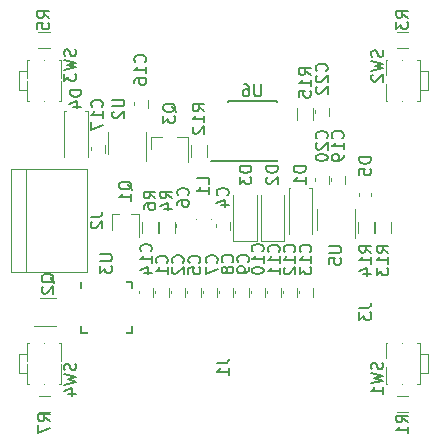
<source format=gbr>
G04 #@! TF.GenerationSoftware,KiCad,Pcbnew,(5.0.0)*
G04 #@! TF.CreationDate,2019-12-04T16:08:42-05:00*
G04 #@! TF.ProjectId,Watchy,5761746368792E6B696361645F706362,rev?*
G04 #@! TF.SameCoordinates,Original*
G04 #@! TF.FileFunction,Legend,Bot*
G04 #@! TF.FilePolarity,Positive*
%FSLAX46Y46*%
G04 Gerber Fmt 4.6, Leading zero omitted, Abs format (unit mm)*
G04 Created by KiCad (PCBNEW (5.0.0)) date 12/04/19 16:08:42*
%MOMM*%
%LPD*%
G01*
G04 APERTURE LIST*
%ADD10C,0.010000*%
%ADD11C,0.120000*%
%ADD12C,0.150000*%
%ADD13R,1.300000X1.800000*%
%ADD14C,1.200000*%
%ADD15R,1.150000X1.200000*%
%ADD16R,1.600000X1.300000*%
%ADD17R,1.200000X1.200000*%
%ADD18R,0.900000X2.000000*%
%ADD19R,2.500000X3.400000*%
%ADD20R,1.200000X1.300000*%
%ADD21R,0.900000X1.300000*%
%ADD22R,1.300000X0.900000*%
%ADD23R,1.050000X1.460000*%
%ADD24R,1.950000X1.000000*%
%ADD25R,0.700000X1.700000*%
%ADD26R,2.400000X3.400000*%
%ADD27R,1.750000X0.800000*%
%ADD28O,1.350000X1.650000*%
%ADD29O,1.950000X1.400000*%
%ADD30R,2.000000X1.900000*%
%ADD31R,0.850000X1.100000*%
%ADD32R,1.050000X0.800000*%
%ADD33R,1.700000X1.700000*%
%ADD34R,1.250000X0.700000*%
%ADD35R,0.700000X1.250000*%
G04 APERTURE END LIST*
D10*
G04 #@! TO.C,SW1*
X102880000Y-106650000D02*
X102230000Y-106650000D01*
X102880000Y-105850000D02*
X102880000Y-106650000D01*
X102880000Y-105050000D02*
X102230000Y-105050000D01*
X102880000Y-105850000D02*
X102880000Y-105050000D01*
X102230000Y-107600000D02*
X102230000Y-105850000D01*
X99330000Y-107600000D02*
X102230000Y-107600000D01*
X99330000Y-104100000D02*
X99330000Y-107600000D01*
X102230000Y-104100000D02*
X99330000Y-104100000D01*
X102230000Y-105850000D02*
X102230000Y-104100000D01*
G04 #@! TO.C,SW4*
X68320000Y-105050000D02*
X68970000Y-105050000D01*
X68320000Y-105850000D02*
X68320000Y-105050000D01*
X68320000Y-106650000D02*
X68970000Y-106650000D01*
X68320000Y-105850000D02*
X68320000Y-106650000D01*
X68970000Y-104100000D02*
X68970000Y-105850000D01*
X71870000Y-104100000D02*
X68970000Y-104100000D01*
X71870000Y-107600000D02*
X71870000Y-104100000D01*
X68970000Y-107600000D02*
X71870000Y-107600000D01*
X68970000Y-105850000D02*
X68970000Y-107600000D01*
G04 #@! TO.C,SW2*
X102880000Y-82700000D02*
X102230000Y-82700000D01*
X102880000Y-81900000D02*
X102880000Y-82700000D01*
X102880000Y-81100000D02*
X102230000Y-81100000D01*
X102880000Y-81900000D02*
X102880000Y-81100000D01*
X102230000Y-83650000D02*
X102230000Y-81900000D01*
X99330000Y-83650000D02*
X102230000Y-83650000D01*
X99330000Y-80150000D02*
X99330000Y-83650000D01*
X102230000Y-80150000D02*
X99330000Y-80150000D01*
X102230000Y-81900000D02*
X102230000Y-80150000D01*
G04 #@! TO.C,SW3*
X68320000Y-81100000D02*
X68970000Y-81100000D01*
X68320000Y-81900000D02*
X68320000Y-81100000D01*
X68320000Y-82700000D02*
X68970000Y-82700000D01*
X68320000Y-81900000D02*
X68320000Y-82700000D01*
X68970000Y-80150000D02*
X68970000Y-81900000D01*
X71870000Y-80150000D02*
X68970000Y-80150000D01*
X71870000Y-83650000D02*
X71870000Y-80150000D01*
X68970000Y-83650000D02*
X71870000Y-83650000D01*
X68970000Y-81900000D02*
X68970000Y-83650000D01*
D11*
G04 #@! TO.C,C5*
X83720000Y-100210000D02*
X83720000Y-99510000D01*
X82520000Y-99510000D02*
X82520000Y-100210000D01*
G04 #@! TO.C,C16*
X79190000Y-84220000D02*
X79190000Y-83520000D01*
X77990000Y-83520000D02*
X77990000Y-84220000D01*
G04 #@! TO.C,C17*
X74340000Y-87360000D02*
X74340000Y-88060000D01*
X75540000Y-88060000D02*
X75540000Y-87360000D01*
G04 #@! TO.C,C20*
X93360000Y-90000000D02*
X93360000Y-90700000D01*
X94560000Y-90700000D02*
X94560000Y-90000000D01*
G04 #@! TO.C,C22*
X93340000Y-84240000D02*
X93340000Y-84940000D01*
X94540000Y-84940000D02*
X94540000Y-84240000D01*
G04 #@! TO.C,D4*
X72090000Y-84520000D02*
X72090000Y-88420000D01*
X74090000Y-84520000D02*
X74090000Y-88420000D01*
X72090000Y-84520000D02*
X74090000Y-84520000D01*
G04 #@! TO.C,D5*
X98110000Y-92900000D02*
X98110000Y-90800000D01*
X97110000Y-92900000D02*
X97110000Y-90800000D01*
X98110000Y-92900000D02*
X97110000Y-92900000D01*
G04 #@! TO.C,Q3*
X79460000Y-86650000D02*
X80390000Y-86650000D01*
X82620000Y-86650000D02*
X81690000Y-86650000D01*
X82620000Y-86650000D02*
X82620000Y-88810000D01*
X79460000Y-86650000D02*
X79460000Y-88110000D01*
G04 #@! TO.C,R1*
X100260000Y-109980000D02*
X101260000Y-109980000D01*
X101260000Y-108620000D02*
X100260000Y-108620000D01*
G04 #@! TO.C,R4*
X80130000Y-93850000D02*
X80130000Y-94850000D01*
X81490000Y-94850000D02*
X81490000Y-93850000D01*
G04 #@! TO.C,R7*
X69950000Y-109980000D02*
X70950000Y-109980000D01*
X70950000Y-108620000D02*
X69950000Y-108620000D01*
G04 #@! TO.C,R12*
X82860000Y-87360000D02*
X82860000Y-88360000D01*
X84220000Y-88360000D02*
X84220000Y-87360000D01*
G04 #@! TO.C,R13*
X98430000Y-93850000D02*
X98430000Y-94850000D01*
X99790000Y-94850000D02*
X99790000Y-93850000D01*
G04 #@! TO.C,R14*
X96980000Y-93850000D02*
X96980000Y-94850000D01*
X98340000Y-94850000D02*
X98340000Y-93850000D01*
G04 #@! TO.C,R15*
X93180000Y-85240000D02*
X93180000Y-84240000D01*
X91820000Y-84240000D02*
X91820000Y-85240000D01*
G04 #@! TO.C,U2*
X79050000Y-86310000D02*
X79050000Y-88760000D01*
X75830000Y-88110000D02*
X75830000Y-86310000D01*
G04 #@! TO.C,U5*
X93500000Y-94600000D02*
X93500000Y-92800000D01*
X96720000Y-92800000D02*
X96720000Y-95250000D01*
D12*
G04 #@! TO.C,U6*
X85945000Y-88715000D02*
X84545000Y-88715000D01*
X85945000Y-83615000D02*
X90095000Y-83615000D01*
X85945000Y-88765000D02*
X90095000Y-88765000D01*
X85945000Y-83615000D02*
X85945000Y-83760000D01*
X90095000Y-83615000D02*
X90095000Y-83760000D01*
X90095000Y-88765000D02*
X90095000Y-88620000D01*
X85945000Y-88765000D02*
X85945000Y-88715000D01*
D11*
G04 #@! TO.C,C1*
X79820000Y-99510000D02*
X79820000Y-100210000D01*
X81020000Y-100210000D02*
X81020000Y-99510000D01*
G04 #@! TO.C,C2*
X82370000Y-100210000D02*
X82370000Y-99510000D01*
X81170000Y-99510000D02*
X81170000Y-100210000D01*
G04 #@! TO.C,C4*
X86160000Y-94550000D02*
X86160000Y-93850000D01*
X84960000Y-93850000D02*
X84960000Y-94550000D01*
G04 #@! TO.C,C6*
X82810000Y-94550000D02*
X82810000Y-93850000D01*
X81610000Y-93850000D02*
X81610000Y-94550000D01*
G04 #@! TO.C,C7*
X85070000Y-100210000D02*
X85070000Y-99510000D01*
X83870000Y-99510000D02*
X83870000Y-100210000D01*
G04 #@! TO.C,C8*
X85220000Y-99510000D02*
X85220000Y-100210000D01*
X86420000Y-100210000D02*
X86420000Y-99510000D01*
G04 #@! TO.C,C9*
X86570000Y-99510000D02*
X86570000Y-100210000D01*
X87770000Y-100210000D02*
X87770000Y-99510000D01*
G04 #@! TO.C,C10*
X87920000Y-99510000D02*
X87920000Y-100210000D01*
X89120000Y-100210000D02*
X89120000Y-99510000D01*
G04 #@! TO.C,C11*
X90470000Y-100210000D02*
X90470000Y-99510000D01*
X89270000Y-99510000D02*
X89270000Y-100210000D01*
G04 #@! TO.C,C12*
X90620000Y-99510000D02*
X90620000Y-100210000D01*
X91820000Y-100210000D02*
X91820000Y-99510000D01*
G04 #@! TO.C,C13*
X93170000Y-100210000D02*
X93170000Y-99510000D01*
X91970000Y-99510000D02*
X91970000Y-100210000D01*
G04 #@! TO.C,C14*
X79670000Y-100210000D02*
X79670000Y-99510000D01*
X78470000Y-99510000D02*
X78470000Y-100210000D01*
G04 #@! TO.C,C19*
X95900000Y-90700000D02*
X95900000Y-90000000D01*
X94700000Y-90000000D02*
X94700000Y-90700000D01*
G04 #@! TO.C,D1*
X91110000Y-91000000D02*
X93110000Y-91000000D01*
X93110000Y-91000000D02*
X93110000Y-94900000D01*
X91110000Y-91000000D02*
X91110000Y-94900000D01*
G04 #@! TO.C,D2*
X90760000Y-95500000D02*
X90760000Y-91600000D01*
X88760000Y-95500000D02*
X88760000Y-91600000D01*
X90760000Y-95500000D02*
X88760000Y-95500000D01*
G04 #@! TO.C,D3*
X88410000Y-95500000D02*
X88410000Y-91600000D01*
X86410000Y-95500000D02*
X86410000Y-91600000D01*
X88410000Y-95500000D02*
X86410000Y-95500000D01*
G04 #@! TO.C,J2*
X67620000Y-98120000D02*
X67620000Y-89420000D01*
X74030000Y-98120000D02*
X74030000Y-89420000D01*
X74030000Y-89420000D02*
X67620000Y-89420000D01*
X68850000Y-89420000D02*
X68850000Y-98120000D01*
X67620000Y-98120000D02*
X74030000Y-98120000D01*
D10*
G04 #@! TO.C,L1*
X84505000Y-94670000D02*
X84505000Y-92670000D01*
X83255000Y-94670000D02*
X83255000Y-92670000D01*
X84505000Y-92670000D02*
X83255000Y-92670000D01*
X84505000Y-94670000D02*
X83255000Y-94670000D01*
D11*
G04 #@! TO.C,Q1*
X76140000Y-94580000D02*
X76140000Y-93170000D01*
X78460000Y-93170000D02*
X78460000Y-95200000D01*
X78460000Y-93170000D02*
X77800000Y-93170000D01*
X76800000Y-93170000D02*
X76140000Y-93170000D01*
G04 #@! TO.C,Q2*
X70040000Y-100340000D02*
X71440000Y-100340000D01*
X71440000Y-102660000D02*
X69540000Y-102660000D01*
G04 #@! TO.C,R3*
X100250000Y-79130000D02*
X101250000Y-79130000D01*
X101250000Y-77770000D02*
X100250000Y-77770000D01*
G04 #@! TO.C,R5*
X69890000Y-79130000D02*
X70890000Y-79130000D01*
X70890000Y-77770000D02*
X69890000Y-77770000D01*
G04 #@! TO.C,R6*
X78680000Y-93850000D02*
X78680000Y-94850000D01*
X80040000Y-94850000D02*
X80040000Y-93850000D01*
D12*
G04 #@! TO.C,U3*
X73570000Y-103260000D02*
X73570000Y-102735000D01*
X77870000Y-103260000D02*
X77870000Y-102735000D01*
X77870000Y-98960000D02*
X77870000Y-99485000D01*
X73570000Y-98960000D02*
X73570000Y-99485000D01*
X77870000Y-103260000D02*
X77345000Y-103260000D01*
X77870000Y-98960000D02*
X77345000Y-98960000D01*
X73570000Y-103260000D02*
X74095000Y-103260000D01*
G04 #@! TO.C,SW1*
X99044761Y-105796666D02*
X99092380Y-105939523D01*
X99092380Y-106177619D01*
X99044761Y-106272857D01*
X98997142Y-106320476D01*
X98901904Y-106368095D01*
X98806666Y-106368095D01*
X98711428Y-106320476D01*
X98663809Y-106272857D01*
X98616190Y-106177619D01*
X98568571Y-105987142D01*
X98520952Y-105891904D01*
X98473333Y-105844285D01*
X98378095Y-105796666D01*
X98282857Y-105796666D01*
X98187619Y-105844285D01*
X98140000Y-105891904D01*
X98092380Y-105987142D01*
X98092380Y-106225238D01*
X98140000Y-106368095D01*
X98092380Y-106701428D02*
X99092380Y-106939523D01*
X98378095Y-107130000D01*
X99092380Y-107320476D01*
X98092380Y-107558571D01*
X99092380Y-108463333D02*
X99092380Y-107891904D01*
X99092380Y-108177619D02*
X98092380Y-108177619D01*
X98235238Y-108082380D01*
X98330476Y-107987142D01*
X98378095Y-107891904D01*
G04 #@! TO.C,SW4*
X73064761Y-105886666D02*
X73112380Y-106029523D01*
X73112380Y-106267619D01*
X73064761Y-106362857D01*
X73017142Y-106410476D01*
X72921904Y-106458095D01*
X72826666Y-106458095D01*
X72731428Y-106410476D01*
X72683809Y-106362857D01*
X72636190Y-106267619D01*
X72588571Y-106077142D01*
X72540952Y-105981904D01*
X72493333Y-105934285D01*
X72398095Y-105886666D01*
X72302857Y-105886666D01*
X72207619Y-105934285D01*
X72160000Y-105981904D01*
X72112380Y-106077142D01*
X72112380Y-106315238D01*
X72160000Y-106458095D01*
X72112380Y-106791428D02*
X73112380Y-107029523D01*
X72398095Y-107220000D01*
X73112380Y-107410476D01*
X72112380Y-107648571D01*
X72445714Y-108458095D02*
X73112380Y-108458095D01*
X72064761Y-108220000D02*
X72779047Y-107981904D01*
X72779047Y-108600952D01*
G04 #@! TO.C,SW2*
X99074761Y-79326666D02*
X99122380Y-79469523D01*
X99122380Y-79707619D01*
X99074761Y-79802857D01*
X99027142Y-79850476D01*
X98931904Y-79898095D01*
X98836666Y-79898095D01*
X98741428Y-79850476D01*
X98693809Y-79802857D01*
X98646190Y-79707619D01*
X98598571Y-79517142D01*
X98550952Y-79421904D01*
X98503333Y-79374285D01*
X98408095Y-79326666D01*
X98312857Y-79326666D01*
X98217619Y-79374285D01*
X98170000Y-79421904D01*
X98122380Y-79517142D01*
X98122380Y-79755238D01*
X98170000Y-79898095D01*
X98122380Y-80231428D02*
X99122380Y-80469523D01*
X98408095Y-80660000D01*
X99122380Y-80850476D01*
X98122380Y-81088571D01*
X98217619Y-81421904D02*
X98170000Y-81469523D01*
X98122380Y-81564761D01*
X98122380Y-81802857D01*
X98170000Y-81898095D01*
X98217619Y-81945714D01*
X98312857Y-81993333D01*
X98408095Y-81993333D01*
X98550952Y-81945714D01*
X99122380Y-81374285D01*
X99122380Y-81993333D01*
G04 #@! TO.C,SW3*
X73044761Y-79276666D02*
X73092380Y-79419523D01*
X73092380Y-79657619D01*
X73044761Y-79752857D01*
X72997142Y-79800476D01*
X72901904Y-79848095D01*
X72806666Y-79848095D01*
X72711428Y-79800476D01*
X72663809Y-79752857D01*
X72616190Y-79657619D01*
X72568571Y-79467142D01*
X72520952Y-79371904D01*
X72473333Y-79324285D01*
X72378095Y-79276666D01*
X72282857Y-79276666D01*
X72187619Y-79324285D01*
X72140000Y-79371904D01*
X72092380Y-79467142D01*
X72092380Y-79705238D01*
X72140000Y-79848095D01*
X72092380Y-80181428D02*
X73092380Y-80419523D01*
X72378095Y-80610000D01*
X73092380Y-80800476D01*
X72092380Y-81038571D01*
X72092380Y-81324285D02*
X72092380Y-81943333D01*
X72473333Y-81610000D01*
X72473333Y-81752857D01*
X72520952Y-81848095D01*
X72568571Y-81895714D01*
X72663809Y-81943333D01*
X72901904Y-81943333D01*
X72997142Y-81895714D01*
X73044761Y-81848095D01*
X73092380Y-81752857D01*
X73092380Y-81467142D01*
X73044761Y-81371904D01*
X72997142Y-81324285D01*
G04 #@! TO.C,C5*
X83537142Y-97353333D02*
X83584761Y-97305714D01*
X83632380Y-97162857D01*
X83632380Y-97067619D01*
X83584761Y-96924761D01*
X83489523Y-96829523D01*
X83394285Y-96781904D01*
X83203809Y-96734285D01*
X83060952Y-96734285D01*
X82870476Y-96781904D01*
X82775238Y-96829523D01*
X82680000Y-96924761D01*
X82632380Y-97067619D01*
X82632380Y-97162857D01*
X82680000Y-97305714D01*
X82727619Y-97353333D01*
X82632380Y-98258095D02*
X82632380Y-97781904D01*
X83108571Y-97734285D01*
X83060952Y-97781904D01*
X83013333Y-97877142D01*
X83013333Y-98115238D01*
X83060952Y-98210476D01*
X83108571Y-98258095D01*
X83203809Y-98305714D01*
X83441904Y-98305714D01*
X83537142Y-98258095D01*
X83584761Y-98210476D01*
X83632380Y-98115238D01*
X83632380Y-97877142D01*
X83584761Y-97781904D01*
X83537142Y-97734285D01*
G04 #@! TO.C,C16*
X78957142Y-80347142D02*
X79004761Y-80299523D01*
X79052380Y-80156666D01*
X79052380Y-80061428D01*
X79004761Y-79918571D01*
X78909523Y-79823333D01*
X78814285Y-79775714D01*
X78623809Y-79728095D01*
X78480952Y-79728095D01*
X78290476Y-79775714D01*
X78195238Y-79823333D01*
X78100000Y-79918571D01*
X78052380Y-80061428D01*
X78052380Y-80156666D01*
X78100000Y-80299523D01*
X78147619Y-80347142D01*
X79052380Y-81299523D02*
X79052380Y-80728095D01*
X79052380Y-81013809D02*
X78052380Y-81013809D01*
X78195238Y-80918571D01*
X78290476Y-80823333D01*
X78338095Y-80728095D01*
X78052380Y-82156666D02*
X78052380Y-81966190D01*
X78100000Y-81870952D01*
X78147619Y-81823333D01*
X78290476Y-81728095D01*
X78480952Y-81680476D01*
X78861904Y-81680476D01*
X78957142Y-81728095D01*
X79004761Y-81775714D01*
X79052380Y-81870952D01*
X79052380Y-82061428D01*
X79004761Y-82156666D01*
X78957142Y-82204285D01*
X78861904Y-82251904D01*
X78623809Y-82251904D01*
X78528571Y-82204285D01*
X78480952Y-82156666D01*
X78433333Y-82061428D01*
X78433333Y-81870952D01*
X78480952Y-81775714D01*
X78528571Y-81728095D01*
X78623809Y-81680476D01*
G04 #@! TO.C,C17*
X75297142Y-84137142D02*
X75344761Y-84089523D01*
X75392380Y-83946666D01*
X75392380Y-83851428D01*
X75344761Y-83708571D01*
X75249523Y-83613333D01*
X75154285Y-83565714D01*
X74963809Y-83518095D01*
X74820952Y-83518095D01*
X74630476Y-83565714D01*
X74535238Y-83613333D01*
X74440000Y-83708571D01*
X74392380Y-83851428D01*
X74392380Y-83946666D01*
X74440000Y-84089523D01*
X74487619Y-84137142D01*
X75392380Y-85089523D02*
X75392380Y-84518095D01*
X75392380Y-84803809D02*
X74392380Y-84803809D01*
X74535238Y-84708571D01*
X74630476Y-84613333D01*
X74678095Y-84518095D01*
X74392380Y-85422857D02*
X74392380Y-86089523D01*
X75392380Y-85660952D01*
G04 #@! TO.C,C20*
X94327142Y-86807142D02*
X94374761Y-86759523D01*
X94422380Y-86616666D01*
X94422380Y-86521428D01*
X94374761Y-86378571D01*
X94279523Y-86283333D01*
X94184285Y-86235714D01*
X93993809Y-86188095D01*
X93850952Y-86188095D01*
X93660476Y-86235714D01*
X93565238Y-86283333D01*
X93470000Y-86378571D01*
X93422380Y-86521428D01*
X93422380Y-86616666D01*
X93470000Y-86759523D01*
X93517619Y-86807142D01*
X93517619Y-87188095D02*
X93470000Y-87235714D01*
X93422380Y-87330952D01*
X93422380Y-87569047D01*
X93470000Y-87664285D01*
X93517619Y-87711904D01*
X93612857Y-87759523D01*
X93708095Y-87759523D01*
X93850952Y-87711904D01*
X94422380Y-87140476D01*
X94422380Y-87759523D01*
X93422380Y-88378571D02*
X93422380Y-88473809D01*
X93470000Y-88569047D01*
X93517619Y-88616666D01*
X93612857Y-88664285D01*
X93803333Y-88711904D01*
X94041428Y-88711904D01*
X94231904Y-88664285D01*
X94327142Y-88616666D01*
X94374761Y-88569047D01*
X94422380Y-88473809D01*
X94422380Y-88378571D01*
X94374761Y-88283333D01*
X94327142Y-88235714D01*
X94231904Y-88188095D01*
X94041428Y-88140476D01*
X93803333Y-88140476D01*
X93612857Y-88188095D01*
X93517619Y-88235714D01*
X93470000Y-88283333D01*
X93422380Y-88378571D01*
G04 #@! TO.C,C22*
X94317142Y-81107142D02*
X94364761Y-81059523D01*
X94412380Y-80916666D01*
X94412380Y-80821428D01*
X94364761Y-80678571D01*
X94269523Y-80583333D01*
X94174285Y-80535714D01*
X93983809Y-80488095D01*
X93840952Y-80488095D01*
X93650476Y-80535714D01*
X93555238Y-80583333D01*
X93460000Y-80678571D01*
X93412380Y-80821428D01*
X93412380Y-80916666D01*
X93460000Y-81059523D01*
X93507619Y-81107142D01*
X93507619Y-81488095D02*
X93460000Y-81535714D01*
X93412380Y-81630952D01*
X93412380Y-81869047D01*
X93460000Y-81964285D01*
X93507619Y-82011904D01*
X93602857Y-82059523D01*
X93698095Y-82059523D01*
X93840952Y-82011904D01*
X94412380Y-81440476D01*
X94412380Y-82059523D01*
X93507619Y-82440476D02*
X93460000Y-82488095D01*
X93412380Y-82583333D01*
X93412380Y-82821428D01*
X93460000Y-82916666D01*
X93507619Y-82964285D01*
X93602857Y-83011904D01*
X93698095Y-83011904D01*
X93840952Y-82964285D01*
X94412380Y-82392857D01*
X94412380Y-83011904D01*
G04 #@! TO.C,D4*
X73562380Y-82691904D02*
X72562380Y-82691904D01*
X72562380Y-82930000D01*
X72610000Y-83072857D01*
X72705238Y-83168095D01*
X72800476Y-83215714D01*
X72990952Y-83263333D01*
X73133809Y-83263333D01*
X73324285Y-83215714D01*
X73419523Y-83168095D01*
X73514761Y-83072857D01*
X73562380Y-82930000D01*
X73562380Y-82691904D01*
X72895714Y-84120476D02*
X73562380Y-84120476D01*
X72514761Y-83882380D02*
X73229047Y-83644285D01*
X73229047Y-84263333D01*
G04 #@! TO.C,D5*
X98082380Y-88411904D02*
X97082380Y-88411904D01*
X97082380Y-88650000D01*
X97130000Y-88792857D01*
X97225238Y-88888095D01*
X97320476Y-88935714D01*
X97510952Y-88983333D01*
X97653809Y-88983333D01*
X97844285Y-88935714D01*
X97939523Y-88888095D01*
X98034761Y-88792857D01*
X98082380Y-88650000D01*
X98082380Y-88411904D01*
X97082380Y-89888095D02*
X97082380Y-89411904D01*
X97558571Y-89364285D01*
X97510952Y-89411904D01*
X97463333Y-89507142D01*
X97463333Y-89745238D01*
X97510952Y-89840476D01*
X97558571Y-89888095D01*
X97653809Y-89935714D01*
X97891904Y-89935714D01*
X97987142Y-89888095D01*
X98034761Y-89840476D01*
X98082380Y-89745238D01*
X98082380Y-89507142D01*
X98034761Y-89411904D01*
X97987142Y-89364285D01*
G04 #@! TO.C,J3*
X97102380Y-101156666D02*
X97816666Y-101156666D01*
X97959523Y-101109047D01*
X98054761Y-101013809D01*
X98102380Y-100870952D01*
X98102380Y-100775714D01*
X97102380Y-101537619D02*
X97102380Y-102156666D01*
X97483333Y-101823333D01*
X97483333Y-101966190D01*
X97530952Y-102061428D01*
X97578571Y-102109047D01*
X97673809Y-102156666D01*
X97911904Y-102156666D01*
X98007142Y-102109047D01*
X98054761Y-102061428D01*
X98102380Y-101966190D01*
X98102380Y-101680476D01*
X98054761Y-101585238D01*
X98007142Y-101537619D01*
G04 #@! TO.C,Q3*
X81587619Y-84594761D02*
X81540000Y-84499523D01*
X81444761Y-84404285D01*
X81301904Y-84261428D01*
X81254285Y-84166190D01*
X81254285Y-84070952D01*
X81492380Y-84118571D02*
X81444761Y-84023333D01*
X81349523Y-83928095D01*
X81159047Y-83880476D01*
X80825714Y-83880476D01*
X80635238Y-83928095D01*
X80540000Y-84023333D01*
X80492380Y-84118571D01*
X80492380Y-84309047D01*
X80540000Y-84404285D01*
X80635238Y-84499523D01*
X80825714Y-84547142D01*
X81159047Y-84547142D01*
X81349523Y-84499523D01*
X81444761Y-84404285D01*
X81492380Y-84309047D01*
X81492380Y-84118571D01*
X80492380Y-84880476D02*
X80492380Y-85499523D01*
X80873333Y-85166190D01*
X80873333Y-85309047D01*
X80920952Y-85404285D01*
X80968571Y-85451904D01*
X81063809Y-85499523D01*
X81301904Y-85499523D01*
X81397142Y-85451904D01*
X81444761Y-85404285D01*
X81492380Y-85309047D01*
X81492380Y-85023333D01*
X81444761Y-84928095D01*
X81397142Y-84880476D01*
G04 #@! TO.C,R1*
X101202380Y-110843333D02*
X100726190Y-110510000D01*
X101202380Y-110271904D02*
X100202380Y-110271904D01*
X100202380Y-110652857D01*
X100250000Y-110748095D01*
X100297619Y-110795714D01*
X100392857Y-110843333D01*
X100535714Y-110843333D01*
X100630952Y-110795714D01*
X100678571Y-110748095D01*
X100726190Y-110652857D01*
X100726190Y-110271904D01*
X101202380Y-111795714D02*
X101202380Y-111224285D01*
X101202380Y-111510000D02*
X100202380Y-111510000D01*
X100345238Y-111414761D01*
X100440476Y-111319523D01*
X100488095Y-111224285D01*
G04 #@! TO.C,R4*
X81242380Y-91893333D02*
X80766190Y-91560000D01*
X81242380Y-91321904D02*
X80242380Y-91321904D01*
X80242380Y-91702857D01*
X80290000Y-91798095D01*
X80337619Y-91845714D01*
X80432857Y-91893333D01*
X80575714Y-91893333D01*
X80670952Y-91845714D01*
X80718571Y-91798095D01*
X80766190Y-91702857D01*
X80766190Y-91321904D01*
X80575714Y-92750476D02*
X81242380Y-92750476D01*
X80194761Y-92512380D02*
X80909047Y-92274285D01*
X80909047Y-92893333D01*
G04 #@! TO.C,R7*
X70902380Y-110753333D02*
X70426190Y-110420000D01*
X70902380Y-110181904D02*
X69902380Y-110181904D01*
X69902380Y-110562857D01*
X69950000Y-110658095D01*
X69997619Y-110705714D01*
X70092857Y-110753333D01*
X70235714Y-110753333D01*
X70330952Y-110705714D01*
X70378571Y-110658095D01*
X70426190Y-110562857D01*
X70426190Y-110181904D01*
X69902380Y-111086666D02*
X69902380Y-111753333D01*
X70902380Y-111324761D01*
G04 #@! TO.C,R12*
X83982380Y-84507142D02*
X83506190Y-84173809D01*
X83982380Y-83935714D02*
X82982380Y-83935714D01*
X82982380Y-84316666D01*
X83030000Y-84411904D01*
X83077619Y-84459523D01*
X83172857Y-84507142D01*
X83315714Y-84507142D01*
X83410952Y-84459523D01*
X83458571Y-84411904D01*
X83506190Y-84316666D01*
X83506190Y-83935714D01*
X83982380Y-85459523D02*
X83982380Y-84888095D01*
X83982380Y-85173809D02*
X82982380Y-85173809D01*
X83125238Y-85078571D01*
X83220476Y-84983333D01*
X83268095Y-84888095D01*
X83077619Y-85840476D02*
X83030000Y-85888095D01*
X82982380Y-85983333D01*
X82982380Y-86221428D01*
X83030000Y-86316666D01*
X83077619Y-86364285D01*
X83172857Y-86411904D01*
X83268095Y-86411904D01*
X83410952Y-86364285D01*
X83982380Y-85792857D01*
X83982380Y-86411904D01*
G04 #@! TO.C,R13*
X99562380Y-96477142D02*
X99086190Y-96143809D01*
X99562380Y-95905714D02*
X98562380Y-95905714D01*
X98562380Y-96286666D01*
X98610000Y-96381904D01*
X98657619Y-96429523D01*
X98752857Y-96477142D01*
X98895714Y-96477142D01*
X98990952Y-96429523D01*
X99038571Y-96381904D01*
X99086190Y-96286666D01*
X99086190Y-95905714D01*
X99562380Y-97429523D02*
X99562380Y-96858095D01*
X99562380Y-97143809D02*
X98562380Y-97143809D01*
X98705238Y-97048571D01*
X98800476Y-96953333D01*
X98848095Y-96858095D01*
X98562380Y-97762857D02*
X98562380Y-98381904D01*
X98943333Y-98048571D01*
X98943333Y-98191428D01*
X98990952Y-98286666D01*
X99038571Y-98334285D01*
X99133809Y-98381904D01*
X99371904Y-98381904D01*
X99467142Y-98334285D01*
X99514761Y-98286666D01*
X99562380Y-98191428D01*
X99562380Y-97905714D01*
X99514761Y-97810476D01*
X99467142Y-97762857D01*
G04 #@! TO.C,R14*
X98112380Y-96477142D02*
X97636190Y-96143809D01*
X98112380Y-95905714D02*
X97112380Y-95905714D01*
X97112380Y-96286666D01*
X97160000Y-96381904D01*
X97207619Y-96429523D01*
X97302857Y-96477142D01*
X97445714Y-96477142D01*
X97540952Y-96429523D01*
X97588571Y-96381904D01*
X97636190Y-96286666D01*
X97636190Y-95905714D01*
X98112380Y-97429523D02*
X98112380Y-96858095D01*
X98112380Y-97143809D02*
X97112380Y-97143809D01*
X97255238Y-97048571D01*
X97350476Y-96953333D01*
X97398095Y-96858095D01*
X97445714Y-98286666D02*
X98112380Y-98286666D01*
X97064761Y-98048571D02*
X97779047Y-97810476D01*
X97779047Y-98429523D01*
G04 #@! TO.C,R15*
X92982380Y-81447142D02*
X92506190Y-81113809D01*
X92982380Y-80875714D02*
X91982380Y-80875714D01*
X91982380Y-81256666D01*
X92030000Y-81351904D01*
X92077619Y-81399523D01*
X92172857Y-81447142D01*
X92315714Y-81447142D01*
X92410952Y-81399523D01*
X92458571Y-81351904D01*
X92506190Y-81256666D01*
X92506190Y-80875714D01*
X92982380Y-82399523D02*
X92982380Y-81828095D01*
X92982380Y-82113809D02*
X91982380Y-82113809D01*
X92125238Y-82018571D01*
X92220476Y-81923333D01*
X92268095Y-81828095D01*
X91982380Y-83304285D02*
X91982380Y-82828095D01*
X92458571Y-82780476D01*
X92410952Y-82828095D01*
X92363333Y-82923333D01*
X92363333Y-83161428D01*
X92410952Y-83256666D01*
X92458571Y-83304285D01*
X92553809Y-83351904D01*
X92791904Y-83351904D01*
X92887142Y-83304285D01*
X92934761Y-83256666D01*
X92982380Y-83161428D01*
X92982380Y-82923333D01*
X92934761Y-82828095D01*
X92887142Y-82780476D01*
G04 #@! TO.C,U2*
X76192380Y-83538095D02*
X77001904Y-83538095D01*
X77097142Y-83585714D01*
X77144761Y-83633333D01*
X77192380Y-83728571D01*
X77192380Y-83919047D01*
X77144761Y-84014285D01*
X77097142Y-84061904D01*
X77001904Y-84109523D01*
X76192380Y-84109523D01*
X76287619Y-84538095D02*
X76240000Y-84585714D01*
X76192380Y-84680952D01*
X76192380Y-84919047D01*
X76240000Y-85014285D01*
X76287619Y-85061904D01*
X76382857Y-85109523D01*
X76478095Y-85109523D01*
X76620952Y-85061904D01*
X77192380Y-84490476D01*
X77192380Y-85109523D01*
G04 #@! TO.C,U5*
X94562380Y-95918095D02*
X95371904Y-95918095D01*
X95467142Y-95965714D01*
X95514761Y-96013333D01*
X95562380Y-96108571D01*
X95562380Y-96299047D01*
X95514761Y-96394285D01*
X95467142Y-96441904D01*
X95371904Y-96489523D01*
X94562380Y-96489523D01*
X94562380Y-97441904D02*
X94562380Y-96965714D01*
X95038571Y-96918095D01*
X94990952Y-96965714D01*
X94943333Y-97060952D01*
X94943333Y-97299047D01*
X94990952Y-97394285D01*
X95038571Y-97441904D01*
X95133809Y-97489523D01*
X95371904Y-97489523D01*
X95467142Y-97441904D01*
X95514761Y-97394285D01*
X95562380Y-97299047D01*
X95562380Y-97060952D01*
X95514761Y-96965714D01*
X95467142Y-96918095D01*
G04 #@! TO.C,U6*
X88781904Y-82242380D02*
X88781904Y-83051904D01*
X88734285Y-83147142D01*
X88686666Y-83194761D01*
X88591428Y-83242380D01*
X88400952Y-83242380D01*
X88305714Y-83194761D01*
X88258095Y-83147142D01*
X88210476Y-83051904D01*
X88210476Y-82242380D01*
X87305714Y-82242380D02*
X87496190Y-82242380D01*
X87591428Y-82290000D01*
X87639047Y-82337619D01*
X87734285Y-82480476D01*
X87781904Y-82670952D01*
X87781904Y-83051904D01*
X87734285Y-83147142D01*
X87686666Y-83194761D01*
X87591428Y-83242380D01*
X87400952Y-83242380D01*
X87305714Y-83194761D01*
X87258095Y-83147142D01*
X87210476Y-83051904D01*
X87210476Y-82813809D01*
X87258095Y-82718571D01*
X87305714Y-82670952D01*
X87400952Y-82623333D01*
X87591428Y-82623333D01*
X87686666Y-82670952D01*
X87734285Y-82718571D01*
X87781904Y-82813809D01*
G04 #@! TO.C,C1*
X80777142Y-97353333D02*
X80824761Y-97305714D01*
X80872380Y-97162857D01*
X80872380Y-97067619D01*
X80824761Y-96924761D01*
X80729523Y-96829523D01*
X80634285Y-96781904D01*
X80443809Y-96734285D01*
X80300952Y-96734285D01*
X80110476Y-96781904D01*
X80015238Y-96829523D01*
X79920000Y-96924761D01*
X79872380Y-97067619D01*
X79872380Y-97162857D01*
X79920000Y-97305714D01*
X79967619Y-97353333D01*
X80872380Y-98305714D02*
X80872380Y-97734285D01*
X80872380Y-98020000D02*
X79872380Y-98020000D01*
X80015238Y-97924761D01*
X80110476Y-97829523D01*
X80158095Y-97734285D01*
G04 #@! TO.C,C2*
X82137142Y-97343333D02*
X82184761Y-97295714D01*
X82232380Y-97152857D01*
X82232380Y-97057619D01*
X82184761Y-96914761D01*
X82089523Y-96819523D01*
X81994285Y-96771904D01*
X81803809Y-96724285D01*
X81660952Y-96724285D01*
X81470476Y-96771904D01*
X81375238Y-96819523D01*
X81280000Y-96914761D01*
X81232380Y-97057619D01*
X81232380Y-97152857D01*
X81280000Y-97295714D01*
X81327619Y-97343333D01*
X81327619Y-97724285D02*
X81280000Y-97771904D01*
X81232380Y-97867142D01*
X81232380Y-98105238D01*
X81280000Y-98200476D01*
X81327619Y-98248095D01*
X81422857Y-98295714D01*
X81518095Y-98295714D01*
X81660952Y-98248095D01*
X82232380Y-97676666D01*
X82232380Y-98295714D01*
G04 #@! TO.C,C4*
X85937142Y-91633333D02*
X85984761Y-91585714D01*
X86032380Y-91442857D01*
X86032380Y-91347619D01*
X85984761Y-91204761D01*
X85889523Y-91109523D01*
X85794285Y-91061904D01*
X85603809Y-91014285D01*
X85460952Y-91014285D01*
X85270476Y-91061904D01*
X85175238Y-91109523D01*
X85080000Y-91204761D01*
X85032380Y-91347619D01*
X85032380Y-91442857D01*
X85080000Y-91585714D01*
X85127619Y-91633333D01*
X85365714Y-92490476D02*
X86032380Y-92490476D01*
X84984761Y-92252380D02*
X85699047Y-92014285D01*
X85699047Y-92633333D01*
G04 #@! TO.C,C6*
X82567142Y-91633333D02*
X82614761Y-91585714D01*
X82662380Y-91442857D01*
X82662380Y-91347619D01*
X82614761Y-91204761D01*
X82519523Y-91109523D01*
X82424285Y-91061904D01*
X82233809Y-91014285D01*
X82090952Y-91014285D01*
X81900476Y-91061904D01*
X81805238Y-91109523D01*
X81710000Y-91204761D01*
X81662380Y-91347619D01*
X81662380Y-91442857D01*
X81710000Y-91585714D01*
X81757619Y-91633333D01*
X81662380Y-92490476D02*
X81662380Y-92300000D01*
X81710000Y-92204761D01*
X81757619Y-92157142D01*
X81900476Y-92061904D01*
X82090952Y-92014285D01*
X82471904Y-92014285D01*
X82567142Y-92061904D01*
X82614761Y-92109523D01*
X82662380Y-92204761D01*
X82662380Y-92395238D01*
X82614761Y-92490476D01*
X82567142Y-92538095D01*
X82471904Y-92585714D01*
X82233809Y-92585714D01*
X82138571Y-92538095D01*
X82090952Y-92490476D01*
X82043333Y-92395238D01*
X82043333Y-92204761D01*
X82090952Y-92109523D01*
X82138571Y-92061904D01*
X82233809Y-92014285D01*
G04 #@! TO.C,C7*
X85007142Y-97323333D02*
X85054761Y-97275714D01*
X85102380Y-97132857D01*
X85102380Y-97037619D01*
X85054761Y-96894761D01*
X84959523Y-96799523D01*
X84864285Y-96751904D01*
X84673809Y-96704285D01*
X84530952Y-96704285D01*
X84340476Y-96751904D01*
X84245238Y-96799523D01*
X84150000Y-96894761D01*
X84102380Y-97037619D01*
X84102380Y-97132857D01*
X84150000Y-97275714D01*
X84197619Y-97323333D01*
X84102380Y-97656666D02*
X84102380Y-98323333D01*
X85102380Y-97894761D01*
G04 #@! TO.C,C8*
X86347142Y-97283333D02*
X86394761Y-97235714D01*
X86442380Y-97092857D01*
X86442380Y-96997619D01*
X86394761Y-96854761D01*
X86299523Y-96759523D01*
X86204285Y-96711904D01*
X86013809Y-96664285D01*
X85870952Y-96664285D01*
X85680476Y-96711904D01*
X85585238Y-96759523D01*
X85490000Y-96854761D01*
X85442380Y-96997619D01*
X85442380Y-97092857D01*
X85490000Y-97235714D01*
X85537619Y-97283333D01*
X85870952Y-97854761D02*
X85823333Y-97759523D01*
X85775714Y-97711904D01*
X85680476Y-97664285D01*
X85632857Y-97664285D01*
X85537619Y-97711904D01*
X85490000Y-97759523D01*
X85442380Y-97854761D01*
X85442380Y-98045238D01*
X85490000Y-98140476D01*
X85537619Y-98188095D01*
X85632857Y-98235714D01*
X85680476Y-98235714D01*
X85775714Y-98188095D01*
X85823333Y-98140476D01*
X85870952Y-98045238D01*
X85870952Y-97854761D01*
X85918571Y-97759523D01*
X85966190Y-97711904D01*
X86061428Y-97664285D01*
X86251904Y-97664285D01*
X86347142Y-97711904D01*
X86394761Y-97759523D01*
X86442380Y-97854761D01*
X86442380Y-98045238D01*
X86394761Y-98140476D01*
X86347142Y-98188095D01*
X86251904Y-98235714D01*
X86061428Y-98235714D01*
X85966190Y-98188095D01*
X85918571Y-98140476D01*
X85870952Y-98045238D01*
G04 #@! TO.C,C9*
X87677142Y-97263333D02*
X87724761Y-97215714D01*
X87772380Y-97072857D01*
X87772380Y-96977619D01*
X87724761Y-96834761D01*
X87629523Y-96739523D01*
X87534285Y-96691904D01*
X87343809Y-96644285D01*
X87200952Y-96644285D01*
X87010476Y-96691904D01*
X86915238Y-96739523D01*
X86820000Y-96834761D01*
X86772380Y-96977619D01*
X86772380Y-97072857D01*
X86820000Y-97215714D01*
X86867619Y-97263333D01*
X87772380Y-97739523D02*
X87772380Y-97930000D01*
X87724761Y-98025238D01*
X87677142Y-98072857D01*
X87534285Y-98168095D01*
X87343809Y-98215714D01*
X86962857Y-98215714D01*
X86867619Y-98168095D01*
X86820000Y-98120476D01*
X86772380Y-98025238D01*
X86772380Y-97834761D01*
X86820000Y-97739523D01*
X86867619Y-97691904D01*
X86962857Y-97644285D01*
X87200952Y-97644285D01*
X87296190Y-97691904D01*
X87343809Y-97739523D01*
X87391428Y-97834761D01*
X87391428Y-98025238D01*
X87343809Y-98120476D01*
X87296190Y-98168095D01*
X87200952Y-98215714D01*
G04 #@! TO.C,C10*
X88897142Y-96367142D02*
X88944761Y-96319523D01*
X88992380Y-96176666D01*
X88992380Y-96081428D01*
X88944761Y-95938571D01*
X88849523Y-95843333D01*
X88754285Y-95795714D01*
X88563809Y-95748095D01*
X88420952Y-95748095D01*
X88230476Y-95795714D01*
X88135238Y-95843333D01*
X88040000Y-95938571D01*
X87992380Y-96081428D01*
X87992380Y-96176666D01*
X88040000Y-96319523D01*
X88087619Y-96367142D01*
X88992380Y-97319523D02*
X88992380Y-96748095D01*
X88992380Y-97033809D02*
X87992380Y-97033809D01*
X88135238Y-96938571D01*
X88230476Y-96843333D01*
X88278095Y-96748095D01*
X87992380Y-97938571D02*
X87992380Y-98033809D01*
X88040000Y-98129047D01*
X88087619Y-98176666D01*
X88182857Y-98224285D01*
X88373333Y-98271904D01*
X88611428Y-98271904D01*
X88801904Y-98224285D01*
X88897142Y-98176666D01*
X88944761Y-98129047D01*
X88992380Y-98033809D01*
X88992380Y-97938571D01*
X88944761Y-97843333D01*
X88897142Y-97795714D01*
X88801904Y-97748095D01*
X88611428Y-97700476D01*
X88373333Y-97700476D01*
X88182857Y-97748095D01*
X88087619Y-97795714D01*
X88040000Y-97843333D01*
X87992380Y-97938571D01*
G04 #@! TO.C,C11*
X90257142Y-96417142D02*
X90304761Y-96369523D01*
X90352380Y-96226666D01*
X90352380Y-96131428D01*
X90304761Y-95988571D01*
X90209523Y-95893333D01*
X90114285Y-95845714D01*
X89923809Y-95798095D01*
X89780952Y-95798095D01*
X89590476Y-95845714D01*
X89495238Y-95893333D01*
X89400000Y-95988571D01*
X89352380Y-96131428D01*
X89352380Y-96226666D01*
X89400000Y-96369523D01*
X89447619Y-96417142D01*
X90352380Y-97369523D02*
X90352380Y-96798095D01*
X90352380Y-97083809D02*
X89352380Y-97083809D01*
X89495238Y-96988571D01*
X89590476Y-96893333D01*
X89638095Y-96798095D01*
X90352380Y-98321904D02*
X90352380Y-97750476D01*
X90352380Y-98036190D02*
X89352380Y-98036190D01*
X89495238Y-97940952D01*
X89590476Y-97845714D01*
X89638095Y-97750476D01*
G04 #@! TO.C,C12*
X91587142Y-96417142D02*
X91634761Y-96369523D01*
X91682380Y-96226666D01*
X91682380Y-96131428D01*
X91634761Y-95988571D01*
X91539523Y-95893333D01*
X91444285Y-95845714D01*
X91253809Y-95798095D01*
X91110952Y-95798095D01*
X90920476Y-95845714D01*
X90825238Y-95893333D01*
X90730000Y-95988571D01*
X90682380Y-96131428D01*
X90682380Y-96226666D01*
X90730000Y-96369523D01*
X90777619Y-96417142D01*
X91682380Y-97369523D02*
X91682380Y-96798095D01*
X91682380Y-97083809D02*
X90682380Y-97083809D01*
X90825238Y-96988571D01*
X90920476Y-96893333D01*
X90968095Y-96798095D01*
X90777619Y-97750476D02*
X90730000Y-97798095D01*
X90682380Y-97893333D01*
X90682380Y-98131428D01*
X90730000Y-98226666D01*
X90777619Y-98274285D01*
X90872857Y-98321904D01*
X90968095Y-98321904D01*
X91110952Y-98274285D01*
X91682380Y-97702857D01*
X91682380Y-98321904D01*
G04 #@! TO.C,C13*
X92947142Y-96427142D02*
X92994761Y-96379523D01*
X93042380Y-96236666D01*
X93042380Y-96141428D01*
X92994761Y-95998571D01*
X92899523Y-95903333D01*
X92804285Y-95855714D01*
X92613809Y-95808095D01*
X92470952Y-95808095D01*
X92280476Y-95855714D01*
X92185238Y-95903333D01*
X92090000Y-95998571D01*
X92042380Y-96141428D01*
X92042380Y-96236666D01*
X92090000Y-96379523D01*
X92137619Y-96427142D01*
X93042380Y-97379523D02*
X93042380Y-96808095D01*
X93042380Y-97093809D02*
X92042380Y-97093809D01*
X92185238Y-96998571D01*
X92280476Y-96903333D01*
X92328095Y-96808095D01*
X92042380Y-97712857D02*
X92042380Y-98331904D01*
X92423333Y-97998571D01*
X92423333Y-98141428D01*
X92470952Y-98236666D01*
X92518571Y-98284285D01*
X92613809Y-98331904D01*
X92851904Y-98331904D01*
X92947142Y-98284285D01*
X92994761Y-98236666D01*
X93042380Y-98141428D01*
X93042380Y-97855714D01*
X92994761Y-97760476D01*
X92947142Y-97712857D01*
G04 #@! TO.C,C14*
X79447142Y-96367142D02*
X79494761Y-96319523D01*
X79542380Y-96176666D01*
X79542380Y-96081428D01*
X79494761Y-95938571D01*
X79399523Y-95843333D01*
X79304285Y-95795714D01*
X79113809Y-95748095D01*
X78970952Y-95748095D01*
X78780476Y-95795714D01*
X78685238Y-95843333D01*
X78590000Y-95938571D01*
X78542380Y-96081428D01*
X78542380Y-96176666D01*
X78590000Y-96319523D01*
X78637619Y-96367142D01*
X79542380Y-97319523D02*
X79542380Y-96748095D01*
X79542380Y-97033809D02*
X78542380Y-97033809D01*
X78685238Y-96938571D01*
X78780476Y-96843333D01*
X78828095Y-96748095D01*
X78875714Y-98176666D02*
X79542380Y-98176666D01*
X78494761Y-97938571D02*
X79209047Y-97700476D01*
X79209047Y-98319523D01*
G04 #@! TO.C,C19*
X95667142Y-86797142D02*
X95714761Y-86749523D01*
X95762380Y-86606666D01*
X95762380Y-86511428D01*
X95714761Y-86368571D01*
X95619523Y-86273333D01*
X95524285Y-86225714D01*
X95333809Y-86178095D01*
X95190952Y-86178095D01*
X95000476Y-86225714D01*
X94905238Y-86273333D01*
X94810000Y-86368571D01*
X94762380Y-86511428D01*
X94762380Y-86606666D01*
X94810000Y-86749523D01*
X94857619Y-86797142D01*
X95762380Y-87749523D02*
X95762380Y-87178095D01*
X95762380Y-87463809D02*
X94762380Y-87463809D01*
X94905238Y-87368571D01*
X95000476Y-87273333D01*
X95048095Y-87178095D01*
X95762380Y-88225714D02*
X95762380Y-88416190D01*
X95714761Y-88511428D01*
X95667142Y-88559047D01*
X95524285Y-88654285D01*
X95333809Y-88701904D01*
X94952857Y-88701904D01*
X94857619Y-88654285D01*
X94810000Y-88606666D01*
X94762380Y-88511428D01*
X94762380Y-88320952D01*
X94810000Y-88225714D01*
X94857619Y-88178095D01*
X94952857Y-88130476D01*
X95190952Y-88130476D01*
X95286190Y-88178095D01*
X95333809Y-88225714D01*
X95381428Y-88320952D01*
X95381428Y-88511428D01*
X95333809Y-88606666D01*
X95286190Y-88654285D01*
X95190952Y-88701904D01*
G04 #@! TO.C,D1*
X92552380Y-89151904D02*
X91552380Y-89151904D01*
X91552380Y-89390000D01*
X91600000Y-89532857D01*
X91695238Y-89628095D01*
X91790476Y-89675714D01*
X91980952Y-89723333D01*
X92123809Y-89723333D01*
X92314285Y-89675714D01*
X92409523Y-89628095D01*
X92504761Y-89532857D01*
X92552380Y-89390000D01*
X92552380Y-89151904D01*
X92552380Y-90675714D02*
X92552380Y-90104285D01*
X92552380Y-90390000D02*
X91552380Y-90390000D01*
X91695238Y-90294761D01*
X91790476Y-90199523D01*
X91838095Y-90104285D01*
G04 #@! TO.C,D2*
X90212380Y-89151904D02*
X89212380Y-89151904D01*
X89212380Y-89390000D01*
X89260000Y-89532857D01*
X89355238Y-89628095D01*
X89450476Y-89675714D01*
X89640952Y-89723333D01*
X89783809Y-89723333D01*
X89974285Y-89675714D01*
X90069523Y-89628095D01*
X90164761Y-89532857D01*
X90212380Y-89390000D01*
X90212380Y-89151904D01*
X89307619Y-90104285D02*
X89260000Y-90151904D01*
X89212380Y-90247142D01*
X89212380Y-90485238D01*
X89260000Y-90580476D01*
X89307619Y-90628095D01*
X89402857Y-90675714D01*
X89498095Y-90675714D01*
X89640952Y-90628095D01*
X90212380Y-90056666D01*
X90212380Y-90675714D01*
G04 #@! TO.C,D3*
X87962380Y-89151904D02*
X86962380Y-89151904D01*
X86962380Y-89390000D01*
X87010000Y-89532857D01*
X87105238Y-89628095D01*
X87200476Y-89675714D01*
X87390952Y-89723333D01*
X87533809Y-89723333D01*
X87724285Y-89675714D01*
X87819523Y-89628095D01*
X87914761Y-89532857D01*
X87962380Y-89390000D01*
X87962380Y-89151904D01*
X86962380Y-90056666D02*
X86962380Y-90675714D01*
X87343333Y-90342380D01*
X87343333Y-90485238D01*
X87390952Y-90580476D01*
X87438571Y-90628095D01*
X87533809Y-90675714D01*
X87771904Y-90675714D01*
X87867142Y-90628095D01*
X87914761Y-90580476D01*
X87962380Y-90485238D01*
X87962380Y-90199523D01*
X87914761Y-90104285D01*
X87867142Y-90056666D01*
G04 #@! TO.C,J1*
X85042380Y-105836666D02*
X85756666Y-105836666D01*
X85899523Y-105789047D01*
X85994761Y-105693809D01*
X86042380Y-105550952D01*
X86042380Y-105455714D01*
X86042380Y-106836666D02*
X86042380Y-106265238D01*
X86042380Y-106550952D02*
X85042380Y-106550952D01*
X85185238Y-106455714D01*
X85280476Y-106360476D01*
X85328095Y-106265238D01*
G04 #@! TO.C,J2*
X74342380Y-93436666D02*
X75056666Y-93436666D01*
X75199523Y-93389047D01*
X75294761Y-93293809D01*
X75342380Y-93150952D01*
X75342380Y-93055714D01*
X74437619Y-93865238D02*
X74390000Y-93912857D01*
X74342380Y-94008095D01*
X74342380Y-94246190D01*
X74390000Y-94341428D01*
X74437619Y-94389047D01*
X74532857Y-94436666D01*
X74628095Y-94436666D01*
X74770952Y-94389047D01*
X75342380Y-93817619D01*
X75342380Y-94436666D01*
G04 #@! TO.C,L1*
X84332380Y-90673333D02*
X84332380Y-90197142D01*
X83332380Y-90197142D01*
X84332380Y-91530476D02*
X84332380Y-90959047D01*
X84332380Y-91244761D02*
X83332380Y-91244761D01*
X83475238Y-91149523D01*
X83570476Y-91054285D01*
X83618095Y-90959047D01*
G04 #@! TO.C,Q1*
X77857619Y-91174761D02*
X77810000Y-91079523D01*
X77714761Y-90984285D01*
X77571904Y-90841428D01*
X77524285Y-90746190D01*
X77524285Y-90650952D01*
X77762380Y-90698571D02*
X77714761Y-90603333D01*
X77619523Y-90508095D01*
X77429047Y-90460476D01*
X77095714Y-90460476D01*
X76905238Y-90508095D01*
X76810000Y-90603333D01*
X76762380Y-90698571D01*
X76762380Y-90889047D01*
X76810000Y-90984285D01*
X76905238Y-91079523D01*
X77095714Y-91127142D01*
X77429047Y-91127142D01*
X77619523Y-91079523D01*
X77714761Y-90984285D01*
X77762380Y-90889047D01*
X77762380Y-90698571D01*
X77762380Y-92079523D02*
X77762380Y-91508095D01*
X77762380Y-91793809D02*
X76762380Y-91793809D01*
X76905238Y-91698571D01*
X77000476Y-91603333D01*
X77048095Y-91508095D01*
G04 #@! TO.C,Q2*
X71287619Y-99044761D02*
X71240000Y-98949523D01*
X71144761Y-98854285D01*
X71001904Y-98711428D01*
X70954285Y-98616190D01*
X70954285Y-98520952D01*
X71192380Y-98568571D02*
X71144761Y-98473333D01*
X71049523Y-98378095D01*
X70859047Y-98330476D01*
X70525714Y-98330476D01*
X70335238Y-98378095D01*
X70240000Y-98473333D01*
X70192380Y-98568571D01*
X70192380Y-98759047D01*
X70240000Y-98854285D01*
X70335238Y-98949523D01*
X70525714Y-98997142D01*
X70859047Y-98997142D01*
X71049523Y-98949523D01*
X71144761Y-98854285D01*
X71192380Y-98759047D01*
X71192380Y-98568571D01*
X70287619Y-99378095D02*
X70240000Y-99425714D01*
X70192380Y-99520952D01*
X70192380Y-99759047D01*
X70240000Y-99854285D01*
X70287619Y-99901904D01*
X70382857Y-99949523D01*
X70478095Y-99949523D01*
X70620952Y-99901904D01*
X71192380Y-99330476D01*
X71192380Y-99949523D01*
G04 #@! TO.C,R3*
X101212380Y-76593333D02*
X100736190Y-76260000D01*
X101212380Y-76021904D02*
X100212380Y-76021904D01*
X100212380Y-76402857D01*
X100260000Y-76498095D01*
X100307619Y-76545714D01*
X100402857Y-76593333D01*
X100545714Y-76593333D01*
X100640952Y-76545714D01*
X100688571Y-76498095D01*
X100736190Y-76402857D01*
X100736190Y-76021904D01*
X100212380Y-76926666D02*
X100212380Y-77545714D01*
X100593333Y-77212380D01*
X100593333Y-77355238D01*
X100640952Y-77450476D01*
X100688571Y-77498095D01*
X100783809Y-77545714D01*
X101021904Y-77545714D01*
X101117142Y-77498095D01*
X101164761Y-77450476D01*
X101212380Y-77355238D01*
X101212380Y-77069523D01*
X101164761Y-76974285D01*
X101117142Y-76926666D01*
G04 #@! TO.C,R5*
X70842380Y-76623333D02*
X70366190Y-76290000D01*
X70842380Y-76051904D02*
X69842380Y-76051904D01*
X69842380Y-76432857D01*
X69890000Y-76528095D01*
X69937619Y-76575714D01*
X70032857Y-76623333D01*
X70175714Y-76623333D01*
X70270952Y-76575714D01*
X70318571Y-76528095D01*
X70366190Y-76432857D01*
X70366190Y-76051904D01*
X69842380Y-77528095D02*
X69842380Y-77051904D01*
X70318571Y-77004285D01*
X70270952Y-77051904D01*
X70223333Y-77147142D01*
X70223333Y-77385238D01*
X70270952Y-77480476D01*
X70318571Y-77528095D01*
X70413809Y-77575714D01*
X70651904Y-77575714D01*
X70747142Y-77528095D01*
X70794761Y-77480476D01*
X70842380Y-77385238D01*
X70842380Y-77147142D01*
X70794761Y-77051904D01*
X70747142Y-77004285D01*
G04 #@! TO.C,R6*
X79832380Y-91893333D02*
X79356190Y-91560000D01*
X79832380Y-91321904D02*
X78832380Y-91321904D01*
X78832380Y-91702857D01*
X78880000Y-91798095D01*
X78927619Y-91845714D01*
X79022857Y-91893333D01*
X79165714Y-91893333D01*
X79260952Y-91845714D01*
X79308571Y-91798095D01*
X79356190Y-91702857D01*
X79356190Y-91321904D01*
X78832380Y-92750476D02*
X78832380Y-92560000D01*
X78880000Y-92464761D01*
X78927619Y-92417142D01*
X79070476Y-92321904D01*
X79260952Y-92274285D01*
X79641904Y-92274285D01*
X79737142Y-92321904D01*
X79784761Y-92369523D01*
X79832380Y-92464761D01*
X79832380Y-92655238D01*
X79784761Y-92750476D01*
X79737142Y-92798095D01*
X79641904Y-92845714D01*
X79403809Y-92845714D01*
X79308571Y-92798095D01*
X79260952Y-92750476D01*
X79213333Y-92655238D01*
X79213333Y-92464761D01*
X79260952Y-92369523D01*
X79308571Y-92321904D01*
X79403809Y-92274285D01*
G04 #@! TO.C,U3*
X75162380Y-96628095D02*
X75971904Y-96628095D01*
X76067142Y-96675714D01*
X76114761Y-96723333D01*
X76162380Y-96818571D01*
X76162380Y-97009047D01*
X76114761Y-97104285D01*
X76067142Y-97151904D01*
X75971904Y-97199523D01*
X75162380Y-97199523D01*
X75162380Y-97580476D02*
X75162380Y-98199523D01*
X75543333Y-97866190D01*
X75543333Y-98009047D01*
X75590952Y-98104285D01*
X75638571Y-98151904D01*
X75733809Y-98199523D01*
X75971904Y-98199523D01*
X76067142Y-98151904D01*
X76114761Y-98104285D01*
X76162380Y-98009047D01*
X76162380Y-97723333D01*
X76114761Y-97628095D01*
X76067142Y-97580476D01*
G04 #@! TD*
%LPC*%
D13*
G04 #@! TO.C,SW1*
X100130000Y-104050000D03*
D14*
X101680000Y-105850000D03*
X99880000Y-105850000D03*
D13*
X101430000Y-104050000D03*
X101430000Y-107650000D03*
X100130000Y-107650000D03*
G04 #@! TD*
G04 #@! TO.C,SW4*
X71070000Y-107650000D03*
D14*
X69520000Y-105850000D03*
X71320000Y-105850000D03*
D13*
X69770000Y-107650000D03*
X69770000Y-104050000D03*
X71070000Y-104050000D03*
G04 #@! TD*
G04 #@! TO.C,SW2*
X100130000Y-80100000D03*
D14*
X101680000Y-81900000D03*
X99880000Y-81900000D03*
D13*
X101430000Y-80100000D03*
X101430000Y-83700000D03*
X100130000Y-83700000D03*
G04 #@! TD*
G04 #@! TO.C,SW3*
X71070000Y-83700000D03*
D14*
X69520000Y-81900000D03*
X71320000Y-81900000D03*
D13*
X69770000Y-83700000D03*
X69770000Y-80100000D03*
X71070000Y-80100000D03*
G04 #@! TD*
D15*
G04 #@! TO.C,C5*
X83120000Y-100610000D03*
X83120000Y-99110000D03*
G04 #@! TD*
G04 #@! TO.C,C16*
X78590000Y-84620000D03*
X78590000Y-83120000D03*
G04 #@! TD*
G04 #@! TO.C,C17*
X74940000Y-86960000D03*
X74940000Y-88460000D03*
G04 #@! TD*
G04 #@! TO.C,C20*
X93960000Y-89600000D03*
X93960000Y-91100000D03*
G04 #@! TD*
G04 #@! TO.C,C22*
X93940000Y-83840000D03*
X93940000Y-85340000D03*
G04 #@! TD*
D16*
G04 #@! TO.C,D4*
X73090000Y-88420000D03*
X73090000Y-85120000D03*
G04 #@! TD*
D17*
G04 #@! TO.C,D5*
X97610000Y-92400000D03*
X97610000Y-90800000D03*
G04 #@! TD*
D18*
G04 #@! TO.C,J3*
X98298000Y-104250000D03*
X97048000Y-104250000D03*
D19*
X94498000Y-101350000D03*
X100830000Y-101350000D03*
G04 #@! TD*
D20*
G04 #@! TO.C,Q3*
X81990000Y-88410000D03*
X80090000Y-88410000D03*
X81040000Y-86410000D03*
G04 #@! TD*
D21*
G04 #@! TO.C,R1*
X101510000Y-109300000D03*
X100010000Y-109300000D03*
G04 #@! TD*
D22*
G04 #@! TO.C,R4*
X80810000Y-95100000D03*
X80810000Y-93600000D03*
G04 #@! TD*
D21*
G04 #@! TO.C,R7*
X71200000Y-109300000D03*
X69700000Y-109300000D03*
G04 #@! TD*
D22*
G04 #@! TO.C,R12*
X83540000Y-88610000D03*
X83540000Y-87110000D03*
G04 #@! TD*
G04 #@! TO.C,R13*
X99110000Y-95100000D03*
X99110000Y-93600000D03*
G04 #@! TD*
G04 #@! TO.C,R14*
X97660000Y-95100000D03*
X97660000Y-93600000D03*
G04 #@! TD*
G04 #@! TO.C,R15*
X92500000Y-83990000D03*
X92500000Y-85490000D03*
G04 #@! TD*
D23*
G04 #@! TO.C,U2*
X78390000Y-86110000D03*
X76490000Y-86110000D03*
X76490000Y-88310000D03*
X77440000Y-88310000D03*
X78390000Y-88310000D03*
G04 #@! TD*
G04 #@! TO.C,U5*
X96060000Y-94800000D03*
X95110000Y-94800000D03*
X94160000Y-94800000D03*
X94160000Y-92600000D03*
X96060000Y-92600000D03*
G04 #@! TD*
D24*
G04 #@! TO.C,U6*
X90720000Y-88095000D03*
X90720000Y-86825000D03*
X90720000Y-85555000D03*
X90720000Y-84285000D03*
X85320000Y-84285000D03*
X85320000Y-85555000D03*
X85320000Y-86825000D03*
X85320000Y-88095000D03*
G04 #@! TD*
D15*
G04 #@! TO.C,C1*
X80420000Y-99110000D03*
X80420000Y-100610000D03*
G04 #@! TD*
G04 #@! TO.C,C2*
X81770000Y-100610000D03*
X81770000Y-99110000D03*
G04 #@! TD*
G04 #@! TO.C,C4*
X85560000Y-94950000D03*
X85560000Y-93450000D03*
G04 #@! TD*
G04 #@! TO.C,C6*
X82210000Y-94950000D03*
X82210000Y-93450000D03*
G04 #@! TD*
G04 #@! TO.C,C7*
X84470000Y-100610000D03*
X84470000Y-99110000D03*
G04 #@! TD*
G04 #@! TO.C,C8*
X85820000Y-99110000D03*
X85820000Y-100610000D03*
G04 #@! TD*
G04 #@! TO.C,C9*
X87170000Y-99110000D03*
X87170000Y-100610000D03*
G04 #@! TD*
G04 #@! TO.C,C10*
X88520000Y-99110000D03*
X88520000Y-100610000D03*
G04 #@! TD*
G04 #@! TO.C,C11*
X89870000Y-100610000D03*
X89870000Y-99110000D03*
G04 #@! TD*
G04 #@! TO.C,C12*
X91220000Y-99110000D03*
X91220000Y-100610000D03*
G04 #@! TD*
G04 #@! TO.C,C13*
X92570000Y-100610000D03*
X92570000Y-99110000D03*
G04 #@! TD*
G04 #@! TO.C,C14*
X79070000Y-100610000D03*
X79070000Y-99110000D03*
G04 #@! TD*
G04 #@! TO.C,C19*
X95300000Y-91100000D03*
X95300000Y-89600000D03*
G04 #@! TD*
D16*
G04 #@! TO.C,D1*
X92110000Y-91600000D03*
X92110000Y-94900000D03*
G04 #@! TD*
G04 #@! TO.C,D2*
X89760000Y-91600000D03*
X89760000Y-94900000D03*
G04 #@! TD*
G04 #@! TO.C,D3*
X87410000Y-91600000D03*
X87410000Y-94900000D03*
G04 #@! TD*
D25*
G04 #@! TO.C,J1*
X83840000Y-103470000D03*
X84340000Y-103470000D03*
X84840000Y-103470000D03*
X86840000Y-103470000D03*
X87340000Y-103470000D03*
X86340000Y-103470000D03*
X85840000Y-103470000D03*
X85340000Y-103470000D03*
X89340000Y-103470000D03*
X89840000Y-103470000D03*
X90340000Y-103470000D03*
X91340000Y-103470000D03*
X90840000Y-103470000D03*
X88840000Y-103470000D03*
X88340000Y-103470000D03*
X87840000Y-103470000D03*
X83340000Y-103470000D03*
X82840000Y-103470000D03*
X82340000Y-103470000D03*
X81840000Y-103470000D03*
X81340000Y-103470000D03*
X80840000Y-103470000D03*
X80340000Y-103470000D03*
X79840000Y-103470000D03*
D26*
X78190000Y-105820000D03*
X92990000Y-105820000D03*
G04 #@! TD*
D27*
G04 #@! TO.C,J2*
X73000000Y-95070000D03*
X73000000Y-94420000D03*
X73000000Y-93770000D03*
X73000000Y-93120000D03*
X73000000Y-92470000D03*
D28*
X73000000Y-96270000D03*
X73000000Y-91270000D03*
D29*
X70300000Y-97270000D03*
X70300000Y-90270000D03*
G04 #@! TD*
D30*
G04 #@! TO.C,L1*
X83880000Y-92670000D03*
X83880000Y-94670000D03*
G04 #@! TD*
D31*
G04 #@! TO.C,Q1*
X77300000Y-92900000D03*
X76650000Y-94900000D03*
X77950000Y-94900000D03*
G04 #@! TD*
D32*
G04 #@! TO.C,Q2*
X71690000Y-102150000D03*
X71690000Y-100850000D03*
X69790000Y-101500000D03*
X71690000Y-101500000D03*
X69790000Y-100850000D03*
X69790000Y-102150000D03*
G04 #@! TD*
D21*
G04 #@! TO.C,R3*
X101500000Y-78450000D03*
X100000000Y-78450000D03*
G04 #@! TD*
G04 #@! TO.C,R5*
X71140000Y-78450000D03*
X69640000Y-78450000D03*
G04 #@! TD*
D22*
G04 #@! TO.C,R6*
X79360000Y-95100000D03*
X79360000Y-93600000D03*
G04 #@! TD*
D33*
G04 #@! TO.C,U3*
X75070000Y-100460000D03*
X76370000Y-100460000D03*
X75070000Y-101760000D03*
X76370000Y-101760000D03*
D34*
X73770000Y-99860000D03*
X73770000Y-100360000D03*
X73770000Y-100860000D03*
X73770000Y-101360000D03*
X73770000Y-101860000D03*
X73770000Y-102360000D03*
D35*
X74470000Y-103060000D03*
X74970000Y-103060000D03*
X75470000Y-103060000D03*
X75970000Y-103060000D03*
X76470000Y-103060000D03*
X76970000Y-103060000D03*
D34*
X77670000Y-102360000D03*
X77670000Y-101860000D03*
X77670000Y-101360000D03*
X77670000Y-100860000D03*
X77670000Y-100360000D03*
X77670000Y-99860000D03*
D35*
X76970000Y-99160000D03*
X76470000Y-99160000D03*
X75970000Y-99160000D03*
X75470000Y-99160000D03*
X74970000Y-99160000D03*
X74470000Y-99160000D03*
G04 #@! TD*
M02*

</source>
